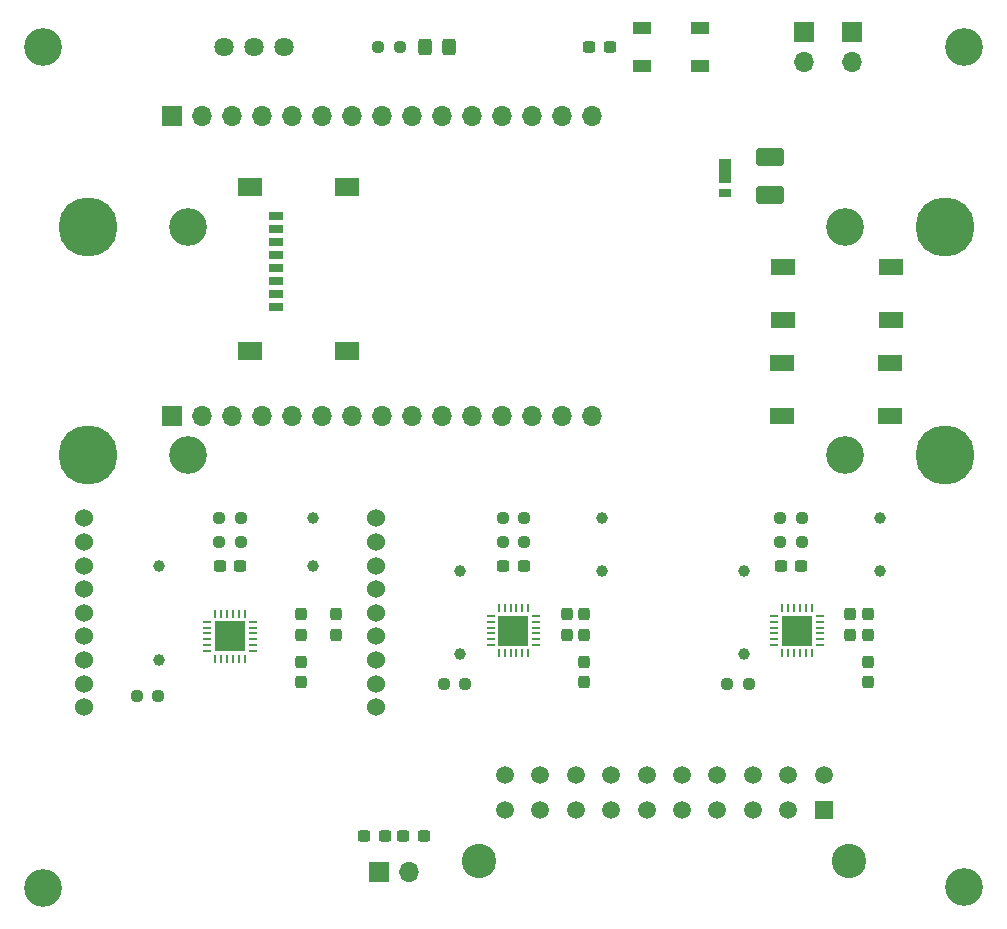
<source format=gbr>
%TF.GenerationSoftware,KiCad,Pcbnew,(6.0.6)*%
%TF.CreationDate,2022-08-03T15:13:17+02:00*%
%TF.ProjectId,PCAP04_Interface,50434150-3034-45f4-996e-746572666163,rev?*%
%TF.SameCoordinates,Original*%
%TF.FileFunction,Soldermask,Top*%
%TF.FilePolarity,Negative*%
%FSLAX46Y46*%
G04 Gerber Fmt 4.6, Leading zero omitted, Abs format (unit mm)*
G04 Created by KiCad (PCBNEW (6.0.6)) date 2022-08-03 15:13:17*
%MOMM*%
%LPD*%
G01*
G04 APERTURE LIST*
G04 Aperture macros list*
%AMRoundRect*
0 Rectangle with rounded corners*
0 $1 Rounding radius*
0 $2 $3 $4 $5 $6 $7 $8 $9 X,Y pos of 4 corners*
0 Add a 4 corners polygon primitive as box body*
4,1,4,$2,$3,$4,$5,$6,$7,$8,$9,$2,$3,0*
0 Add four circle primitives for the rounded corners*
1,1,$1+$1,$2,$3*
1,1,$1+$1,$4,$5*
1,1,$1+$1,$6,$7*
1,1,$1+$1,$8,$9*
0 Add four rect primitives between the rounded corners*
20,1,$1+$1,$2,$3,$4,$5,0*
20,1,$1+$1,$4,$5,$6,$7,0*
20,1,$1+$1,$6,$7,$8,$9,0*
20,1,$1+$1,$8,$9,$2,$3,0*%
G04 Aperture macros list end*
%ADD10RoundRect,0.237500X-0.300000X-0.237500X0.300000X-0.237500X0.300000X0.237500X-0.300000X0.237500X0*%
%ADD11RoundRect,0.237500X0.300000X0.237500X-0.300000X0.237500X-0.300000X-0.237500X0.300000X-0.237500X0*%
%ADD12C,1.000000*%
%ADD13R,2.000000X1.500000*%
%ADD14R,1.200000X0.800000*%
%ADD15C,2.910000*%
%ADD16C,1.520000*%
%ADD17R,1.520000X1.520000*%
%ADD18RoundRect,0.237500X0.237500X-0.300000X0.237500X0.300000X-0.237500X0.300000X-0.237500X-0.300000X0*%
%ADD19RoundRect,0.237500X-0.237500X0.300000X-0.237500X-0.300000X0.237500X-0.300000X0.237500X0.300000X0*%
%ADD20RoundRect,0.237500X0.250000X0.237500X-0.250000X0.237500X-0.250000X-0.237500X0.250000X-0.237500X0*%
%ADD21C,3.200000*%
%ADD22O,0.750000X0.250000*%
%ADD23O,0.250000X0.750000*%
%ADD24R,2.600000X2.600000*%
%ADD25R,1.100000X2.000000*%
%ADD26R,1.100000X0.800000*%
%ADD27R,2.100000X1.400000*%
%ADD28R,1.700000X1.700000*%
%ADD29O,1.700000X1.700000*%
%ADD30RoundRect,0.237500X-0.250000X-0.237500X0.250000X-0.237500X0.250000X0.237500X-0.250000X0.237500X0*%
%ADD31C,1.524000*%
%ADD32RoundRect,0.250001X-0.924999X0.499999X-0.924999X-0.499999X0.924999X-0.499999X0.924999X0.499999X0*%
%ADD33RoundRect,0.250000X0.325000X0.450000X-0.325000X0.450000X-0.325000X-0.450000X0.325000X-0.450000X0*%
%ADD34C,1.635000*%
%ADD35R,1.500000X1.000000*%
%ADD36C,5.000000*%
G04 APERTURE END LIST*
D10*
%TO.C,C22*%
X134011500Y-140462000D03*
X135736500Y-140462000D03*
%TD*%
D11*
%TO.C,C17*%
X132434500Y-140462000D03*
X130709500Y-140462000D03*
%TD*%
D12*
%TO.C,TP10*%
X162849195Y-118085695D03*
%TD*%
D13*
%TO.C,J3*%
X121032000Y-85511000D03*
X121032000Y-99401000D03*
X129232000Y-99401000D03*
X129232000Y-85511000D03*
D14*
X123232000Y-95681000D03*
X123232000Y-94581000D03*
X123232000Y-93481000D03*
X123232000Y-92381000D03*
X123232000Y-91281000D03*
X123232000Y-90181000D03*
X123232000Y-89081000D03*
X123232000Y-87981000D03*
%TD*%
D15*
%TO.C,J2*%
X140464045Y-142601795D03*
X171764045Y-142601795D03*
D16*
X142614045Y-135281795D03*
X145614045Y-135281795D03*
X148614045Y-135281795D03*
X151614045Y-135281795D03*
X154614045Y-135281795D03*
X157614045Y-135281795D03*
X160614045Y-135281795D03*
X163614045Y-135281795D03*
X166614045Y-135281795D03*
X169614045Y-135281795D03*
X142614045Y-138281795D03*
X145614045Y-138281795D03*
X148614045Y-138281795D03*
X151614045Y-138281795D03*
X154614045Y-138281795D03*
X157614045Y-138281795D03*
X160614045Y-138281795D03*
X163614045Y-138281795D03*
X166614045Y-138281795D03*
D17*
X169614045Y-138281795D03*
%TD*%
D18*
%TO.C,C4*%
X173349195Y-127448195D03*
X173349195Y-125723195D03*
%TD*%
D19*
%TO.C,C11*%
X147849195Y-121723195D03*
X147849195Y-123448195D03*
%TD*%
D12*
%TO.C,TP7*%
X138849195Y-125085695D03*
%TD*%
D20*
%TO.C,R7*%
X144261695Y-113585695D03*
X142436695Y-113585695D03*
%TD*%
D21*
%TO.C,H2*%
X181483000Y-73660000D03*
%TD*%
D18*
%TO.C,C2*%
X149349195Y-127448195D03*
X149349195Y-125723195D03*
%TD*%
D11*
%TO.C,C6*%
X120211695Y-117585695D03*
X118486695Y-117585695D03*
%TD*%
D20*
%TO.C,R10*%
X167761695Y-113585695D03*
X165936695Y-113585695D03*
%TD*%
D22*
%TO.C,IC3*%
X169274195Y-124335695D03*
X169274195Y-123835695D03*
X169274195Y-123335695D03*
X169274195Y-122835695D03*
X169274195Y-122335695D03*
X169274195Y-121835695D03*
D23*
X168599195Y-121160695D03*
X168099195Y-121160695D03*
X167599195Y-121160695D03*
X167099195Y-121160695D03*
X166599195Y-121160695D03*
X166099195Y-121160695D03*
D22*
X165424195Y-121835695D03*
X165424195Y-122335695D03*
X165424195Y-122835695D03*
X165424195Y-123335695D03*
X165424195Y-123835695D03*
X165424195Y-124335695D03*
D23*
X166099195Y-125010695D03*
X166599195Y-125010695D03*
X167099195Y-125010695D03*
X167599195Y-125010695D03*
X168099195Y-125010695D03*
X168599195Y-125010695D03*
D24*
X167349195Y-123085695D03*
%TD*%
D19*
%TO.C,C10*%
X149349195Y-121723195D03*
X149349195Y-123448195D03*
%TD*%
D25*
%TO.C,D1*%
X161290000Y-84140000D03*
D26*
X161290000Y-86040000D03*
%TD*%
D18*
%TO.C,C1*%
X125349195Y-127448195D03*
X125349195Y-125723195D03*
%TD*%
D27*
%TO.C,S2*%
X166175500Y-92274000D03*
X175275500Y-92274000D03*
X166175500Y-96774000D03*
X175275500Y-96774000D03*
%TD*%
D28*
%TO.C,R2*%
X171983000Y-72410000D03*
D29*
X171983000Y-74950000D03*
%TD*%
D20*
%TO.C,R12*%
X163261695Y-127585695D03*
X161436695Y-127585695D03*
%TD*%
D30*
%TO.C,R1*%
X131920500Y-73660000D03*
X133745500Y-73660000D03*
%TD*%
D20*
%TO.C,R9*%
X139261695Y-127585695D03*
X137436695Y-127585695D03*
%TD*%
%TO.C,R5*%
X120261695Y-115585695D03*
X118436695Y-115585695D03*
%TD*%
D12*
%TO.C,TP1*%
X126349195Y-113585695D03*
%TD*%
D31*
%TO.C,U1*%
X131749195Y-129585695D03*
X131749195Y-127585695D03*
X131749195Y-125585695D03*
X131749195Y-123585695D03*
X131749195Y-121585695D03*
X131749195Y-119585695D03*
X131749195Y-117585695D03*
X131749195Y-115585695D03*
X131749195Y-113585695D03*
X106949195Y-129585695D03*
X106949195Y-127585695D03*
X106949195Y-125585695D03*
X106949195Y-123585695D03*
X106949195Y-121585695D03*
X106949195Y-119585695D03*
X106949195Y-117585695D03*
X106949195Y-115585695D03*
X106949195Y-113585695D03*
%TD*%
D20*
%TO.C,R8*%
X144261695Y-115585695D03*
X142436695Y-115585695D03*
%TD*%
D12*
%TO.C,TP2*%
X113349195Y-117585695D03*
%TD*%
D28*
%TO.C,J4*%
X131953000Y-143510000D03*
D29*
X134493000Y-143510000D03*
%TD*%
D12*
%TO.C,TP8*%
X150849195Y-118085695D03*
%TD*%
D21*
%TO.C,H4*%
X181483000Y-144780000D03*
%TD*%
D22*
%TO.C,IC1*%
X121274195Y-124835695D03*
X121274195Y-124335695D03*
X121274195Y-123835695D03*
X121274195Y-123335695D03*
X121274195Y-122835695D03*
X121274195Y-122335695D03*
D23*
X120599195Y-121660695D03*
X120099195Y-121660695D03*
X119599195Y-121660695D03*
X119099195Y-121660695D03*
X118599195Y-121660695D03*
X118099195Y-121660695D03*
D22*
X117424195Y-122335695D03*
X117424195Y-122835695D03*
X117424195Y-123335695D03*
X117424195Y-123835695D03*
X117424195Y-124335695D03*
X117424195Y-124835695D03*
D23*
X118099195Y-125510695D03*
X118599195Y-125510695D03*
X119099195Y-125510695D03*
X119599195Y-125510695D03*
X120099195Y-125510695D03*
X120599195Y-125510695D03*
D24*
X119349195Y-123585695D03*
%TD*%
D12*
%TO.C,TP12*%
X174349195Y-118085695D03*
%TD*%
%TO.C,TP11*%
X162849195Y-125085695D03*
%TD*%
D18*
%TO.C,C7*%
X128349195Y-123448195D03*
X128349195Y-121723195D03*
%TD*%
D21*
%TO.C,H3*%
X103505000Y-144881600D03*
%TD*%
D22*
%TO.C,IC2*%
X145274195Y-124335695D03*
X145274195Y-123835695D03*
X145274195Y-123335695D03*
X145274195Y-122835695D03*
X145274195Y-122335695D03*
X145274195Y-121835695D03*
D23*
X144599195Y-121160695D03*
X144099195Y-121160695D03*
X143599195Y-121160695D03*
X143099195Y-121160695D03*
X142599195Y-121160695D03*
X142099195Y-121160695D03*
D22*
X141424195Y-121835695D03*
X141424195Y-122335695D03*
X141424195Y-122835695D03*
X141424195Y-123335695D03*
X141424195Y-123835695D03*
X141424195Y-124335695D03*
D23*
X142099195Y-125010695D03*
X142599195Y-125010695D03*
X143099195Y-125010695D03*
X143599195Y-125010695D03*
X144099195Y-125010695D03*
X144599195Y-125010695D03*
D24*
X143349195Y-123085695D03*
%TD*%
D19*
%TO.C,C8*%
X125349195Y-121723195D03*
X125349195Y-123448195D03*
%TD*%
D20*
%TO.C,R4*%
X120261695Y-113585695D03*
X118436695Y-113585695D03*
%TD*%
D28*
%TO.C,U2*%
X114450695Y-79509695D03*
D29*
X116990695Y-79509695D03*
X119530695Y-79509695D03*
X122070695Y-79509695D03*
X124610695Y-79509695D03*
X127150695Y-79509695D03*
X129690695Y-79509695D03*
X132230695Y-79509695D03*
X134770695Y-79509695D03*
X137310695Y-79509695D03*
X139850695Y-79509695D03*
X142390695Y-79509695D03*
X144930695Y-79509695D03*
X147470695Y-79509695D03*
X150010695Y-79509695D03*
D28*
X114450695Y-104909695D03*
D29*
X116990695Y-104909695D03*
X119530695Y-104909695D03*
X122070695Y-104909695D03*
X124610695Y-104909695D03*
X127150695Y-104909695D03*
X129690695Y-104909695D03*
X132230695Y-104909695D03*
X134770695Y-104909695D03*
X137310695Y-104909695D03*
X139850695Y-104909695D03*
X142390695Y-104909695D03*
X144930695Y-104909695D03*
X147470695Y-104909695D03*
X150010695Y-104909695D03*
%TD*%
D19*
%TO.C,C13*%
X173349195Y-121723195D03*
X173349195Y-123448195D03*
%TD*%
D28*
%TO.C,R3*%
X167919000Y-72410000D03*
D29*
X167919000Y-74950000D03*
%TD*%
D27*
%TO.C,S3*%
X175200500Y-104902000D03*
X166100500Y-104902000D03*
X175200500Y-100402000D03*
X166100500Y-100402000D03*
%TD*%
D32*
%TO.C,C3*%
X165100000Y-82957000D03*
X165100000Y-86207000D03*
%TD*%
D33*
%TO.C,D2*%
X137922000Y-73660000D03*
X135872000Y-73660000D03*
%TD*%
D12*
%TO.C,TP6*%
X138849195Y-118085695D03*
%TD*%
D34*
%TO.C,S1*%
X123952000Y-73660000D03*
X121412000Y-73660000D03*
X118872000Y-73660000D03*
%TD*%
D20*
%TO.C,R11*%
X167761695Y-115585695D03*
X165936695Y-115585695D03*
%TD*%
D12*
%TO.C,TP9*%
X174349195Y-113585695D03*
%TD*%
D11*
%TO.C,C12*%
X167711695Y-117585695D03*
X165986695Y-117585695D03*
%TD*%
D21*
%TO.C,H1*%
X103505000Y-73660000D03*
%TD*%
D20*
%TO.C,R6*%
X113261695Y-128585695D03*
X111436695Y-128585695D03*
%TD*%
D12*
%TO.C,TP3*%
X113349195Y-125585695D03*
%TD*%
D35*
%TO.C,D3*%
X159168000Y-75260000D03*
X159168000Y-72060000D03*
X154268000Y-72060000D03*
X154268000Y-75260000D03*
%TD*%
D12*
%TO.C,TP4*%
X126349195Y-117585695D03*
%TD*%
%TO.C,TP5*%
X150849195Y-113585695D03*
%TD*%
D11*
%TO.C,C9*%
X144211695Y-117585695D03*
X142486695Y-117585695D03*
%TD*%
%TO.C,C5*%
X151484500Y-73660000D03*
X149759500Y-73660000D03*
%TD*%
D19*
%TO.C,C14*%
X171849195Y-121723195D03*
X171849195Y-123448195D03*
%TD*%
D21*
%TO.C,J1*%
X115789195Y-108202000D03*
X171409195Y-108202000D03*
X115789195Y-88902000D03*
X171409195Y-88902000D03*
D36*
X107349195Y-88902000D03*
X179849195Y-88902000D03*
X107349195Y-108202000D03*
X179849195Y-108202000D03*
%TD*%
M02*

</source>
